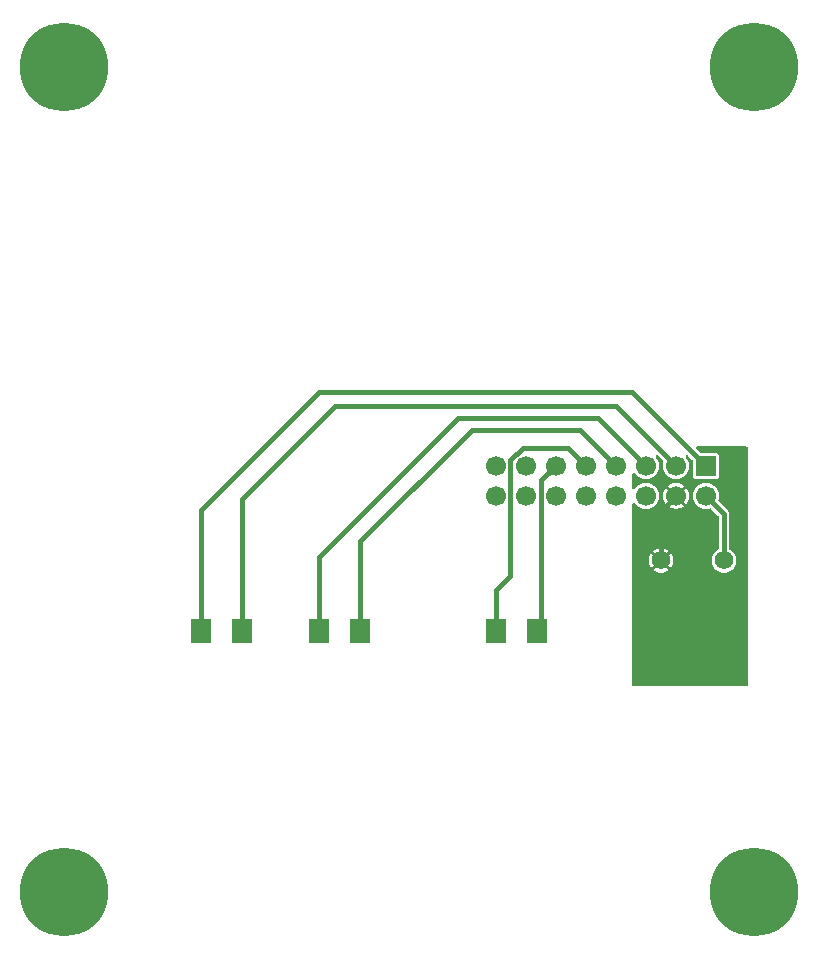
<source format=gbr>
%TF.GenerationSoftware,KiCad,Pcbnew,9.0.3-9.0.3-0~ubuntu24.04.1*%
%TF.CreationDate,2025-08-25T07:49:16-04:00*%
%TF.ProjectId,optical-carrier,6f707469-6361-46c2-9d63-617272696572,rev?*%
%TF.SameCoordinates,Original*%
%TF.FileFunction,Copper,L1,Top*%
%TF.FilePolarity,Positive*%
%FSLAX46Y46*%
G04 Gerber Fmt 4.6, Leading zero omitted, Abs format (unit mm)*
G04 Created by KiCad (PCBNEW 9.0.3-9.0.3-0~ubuntu24.04.1) date 2025-08-25 07:49:16*
%MOMM*%
%LPD*%
G01*
G04 APERTURE LIST*
%TA.AperFunction,SMDPad,CuDef*%
%ADD10R,1.700000X2.000000*%
%TD*%
%TA.AperFunction,ComponentPad*%
%ADD11C,7.500000*%
%TD*%
%TA.AperFunction,ComponentPad*%
%ADD12C,1.574800*%
%TD*%
%TA.AperFunction,ComponentPad*%
%ADD13R,1.700000X1.700000*%
%TD*%
%TA.AperFunction,ComponentPad*%
%ADD14C,1.700000*%
%TD*%
%TA.AperFunction,Conductor*%
%ADD15C,0.381000*%
%TD*%
G04 APERTURE END LIST*
D10*
%TO.P,D3,1,K*%
%TO.N,Net-(D3-K)*%
X215364000Y-108712000D03*
%TO.P,D3,2,A*%
%TO.N,Net-(D3-A)*%
X211864000Y-108712000D03*
%TD*%
%TO.P,D2,1,K*%
%TO.N,Net-(D2-K)*%
X200378000Y-108712000D03*
%TO.P,D2,2,A*%
%TO.N,Net-(D2-A)*%
X196878000Y-108712000D03*
%TD*%
D11*
%TO.P,H4,1*%
%TO.N,N/C*%
X233676000Y-130817000D03*
%TD*%
%TO.P,H1,1*%
%TO.N,N/C*%
X175256000Y-60967000D03*
%TD*%
%TO.P,H3,1*%
%TO.N,N/C*%
X175256000Y-130817000D03*
%TD*%
D10*
%TO.P,D1,1,K*%
%TO.N,Net-(D1-K)*%
X190345000Y-108712000D03*
%TO.P,D1,2,A*%
%TO.N,Net-(D1-A)*%
X186845000Y-108712000D03*
%TD*%
D11*
%TO.P,H2,1*%
%TO.N,N/C*%
X233676000Y-60967000D03*
%TD*%
D12*
%TO.P,D4,1,K*%
%TO.N,Net-(D4-K)*%
X231154500Y-102757500D03*
%TO.P,D4,2,A*%
%TO.N,Net-(D4-A)*%
X225820500Y-102757500D03*
%TD*%
D13*
%TO.P,J1,1,Pin_1*%
%TO.N,Net-(D1-A)*%
X229616000Y-94742000D03*
D14*
%TO.P,J1,2,Pin_2*%
%TO.N,Net-(D4-K)*%
X229616000Y-97282000D03*
%TO.P,J1,3,Pin_3*%
%TO.N,Net-(D1-K)*%
X227076000Y-94742000D03*
%TO.P,J1,4,Pin_4*%
%TO.N,Net-(D4-A)*%
X227076000Y-97282000D03*
%TO.P,J1,5,Pin_5*%
%TO.N,Net-(D2-A)*%
X224536000Y-94742000D03*
%TO.P,J1,6,Pin_6*%
%TO.N,unconnected-(J1-Pin_6-Pad6)*%
X224536000Y-97282000D03*
%TO.P,J1,7,Pin_7*%
%TO.N,Net-(D2-K)*%
X221996000Y-94742000D03*
%TO.P,J1,8,Pin_8*%
%TO.N,unconnected-(J1-Pin_8-Pad8)*%
X221996000Y-97282000D03*
%TO.P,J1,9,Pin_9*%
%TO.N,Net-(D3-A)*%
X219456000Y-94742000D03*
%TO.P,J1,10,Pin_10*%
%TO.N,unconnected-(J1-Pin_10-Pad10)*%
X219456000Y-97282000D03*
%TO.P,J1,11,Pin_11*%
%TO.N,Net-(D3-K)*%
X216916000Y-94742000D03*
%TO.P,J1,12,Pin_12*%
%TO.N,unconnected-(J1-Pin_12-Pad12)*%
X216916000Y-97282000D03*
%TO.P,J1,13,Pin_13*%
%TO.N,unconnected-(J1-Pin_13-Pad13)*%
X214376000Y-94742000D03*
%TO.P,J1,14,Pin_14*%
%TO.N,unconnected-(J1-Pin_14-Pad14)*%
X214376000Y-97282000D03*
%TO.P,J1,15,Pin_15*%
%TO.N,unconnected-(J1-Pin_15-Pad15)*%
X211836000Y-94742000D03*
%TO.P,J1,16,Pin_16*%
%TO.N,unconnected-(J1-Pin_16-Pad16)*%
X211836000Y-97282000D03*
%TD*%
D15*
%TO.N,Net-(D1-K)*%
X190345000Y-97564000D02*
X190345000Y-108712000D01*
X198247000Y-89662000D02*
X190345000Y-97564000D01*
X221996000Y-89662000D02*
X198247000Y-89662000D01*
X227076000Y-94742000D02*
X221996000Y-89662000D01*
%TO.N,Net-(D1-A)*%
X196850000Y-88519000D02*
X186845000Y-98524000D01*
X186845000Y-98524000D02*
X186845000Y-108712000D01*
X229616000Y-94742000D02*
X223393000Y-88519000D01*
X223393000Y-88519000D02*
X196850000Y-88519000D01*
%TO.N,Net-(D2-K)*%
X218948000Y-91694000D02*
X209804000Y-91694000D01*
X200378000Y-101120000D02*
X200378000Y-108712000D01*
X221996000Y-94742000D02*
X218948000Y-91694000D01*
X209804000Y-91694000D02*
X200378000Y-101120000D01*
%TO.N,Net-(D2-A)*%
X208661000Y-90678000D02*
X196878000Y-102461000D01*
X196878000Y-102461000D02*
X196878000Y-108712000D01*
X220472000Y-90678000D02*
X208661000Y-90678000D01*
X224536000Y-94742000D02*
X220472000Y-90678000D01*
%TO.N,Net-(D3-K)*%
X216916000Y-94742000D02*
X215674500Y-95983500D01*
X215674500Y-108401500D02*
X215364000Y-108712000D01*
X215674500Y-95983500D02*
X215674500Y-108401500D01*
%TO.N,Net-(D3-A)*%
X211864000Y-105255000D02*
X211864000Y-108712000D01*
X213077500Y-94284753D02*
X213077500Y-104041500D01*
X217932000Y-93218000D02*
X214144253Y-93218000D01*
X219456000Y-94742000D02*
X217932000Y-93218000D01*
X213077500Y-104041500D02*
X211864000Y-105255000D01*
X214144253Y-93218000D02*
X213077500Y-94284753D01*
%TO.N,Net-(D4-A)*%
X225820500Y-98537500D02*
X225820500Y-102757500D01*
X227076000Y-97282000D02*
X225820500Y-98537500D01*
%TO.N,Net-(D4-K)*%
X229616000Y-97282000D02*
X231154500Y-98820500D01*
X231154500Y-98820500D02*
X231154500Y-102757500D01*
%TD*%
%TA.AperFunction,Conductor*%
%TO.N,Net-(D4-A)*%
G36*
X233114121Y-93111002D02*
G01*
X233160614Y-93164658D01*
X233172000Y-93217000D01*
X233172000Y-113285000D01*
X233151998Y-113353121D01*
X233098342Y-113399614D01*
X233046000Y-113411000D01*
X223519000Y-113411000D01*
X223450879Y-113390998D01*
X223404386Y-113337342D01*
X223393000Y-113285000D01*
X223393000Y-102654928D01*
X224779100Y-102654928D01*
X224779100Y-102860071D01*
X224819120Y-103061265D01*
X224819122Y-103061270D01*
X224897623Y-103250788D01*
X224997751Y-103400641D01*
X225429362Y-102969030D01*
X225464811Y-103030430D01*
X225547570Y-103113189D01*
X225608967Y-103148636D01*
X225177357Y-103580247D01*
X225327212Y-103680376D01*
X225516729Y-103758877D01*
X225516734Y-103758879D01*
X225717928Y-103798899D01*
X225717932Y-103798900D01*
X225923068Y-103798900D01*
X225923071Y-103798899D01*
X226124265Y-103758879D01*
X226124270Y-103758877D01*
X226313787Y-103680376D01*
X226463641Y-103580246D01*
X226463642Y-103580246D01*
X226032032Y-103148636D01*
X226093430Y-103113189D01*
X226176189Y-103030430D01*
X226211636Y-102969032D01*
X226643246Y-103400642D01*
X226643246Y-103400641D01*
X226743376Y-103250787D01*
X226821877Y-103061270D01*
X226821879Y-103061265D01*
X226861899Y-102860071D01*
X226861900Y-102860067D01*
X226861900Y-102654932D01*
X226861899Y-102654928D01*
X226821879Y-102453734D01*
X226821877Y-102453729D01*
X226743376Y-102264212D01*
X226643247Y-102114357D01*
X226211636Y-102545967D01*
X226176189Y-102484570D01*
X226093430Y-102401811D01*
X226032029Y-102366362D01*
X226463641Y-101934751D01*
X226463642Y-101934751D01*
X226313788Y-101834623D01*
X226124270Y-101756122D01*
X226124265Y-101756120D01*
X225923071Y-101716100D01*
X225717928Y-101716100D01*
X225516734Y-101756120D01*
X225516729Y-101756122D01*
X225327211Y-101834623D01*
X225327207Y-101834625D01*
X225177356Y-101934751D01*
X225608968Y-102366362D01*
X225547570Y-102401811D01*
X225464811Y-102484570D01*
X225429363Y-102545968D01*
X224997751Y-102114356D01*
X224897625Y-102264207D01*
X224897623Y-102264211D01*
X224819122Y-102453729D01*
X224819120Y-102453734D01*
X224779100Y-102654928D01*
X223393000Y-102654928D01*
X223393000Y-97975670D01*
X223413002Y-97907549D01*
X223466658Y-97861056D01*
X223536932Y-97850952D01*
X223601512Y-97880446D01*
X223620934Y-97901606D01*
X223693535Y-98001533D01*
X223693537Y-98001535D01*
X223693539Y-98001538D01*
X223816464Y-98124463D01*
X223816467Y-98124465D01*
X223957116Y-98226653D01*
X224112019Y-98305580D01*
X224277362Y-98359303D01*
X224449074Y-98386500D01*
X224449077Y-98386500D01*
X224622923Y-98386500D01*
X224622926Y-98386500D01*
X224794638Y-98359303D01*
X224959981Y-98305580D01*
X225114884Y-98226653D01*
X225255533Y-98124465D01*
X225255538Y-98124460D01*
X225369160Y-98010839D01*
X225378460Y-98001538D01*
X225378463Y-98001535D01*
X225378465Y-98001533D01*
X225480653Y-97860884D01*
X225559580Y-97705981D01*
X225613303Y-97540638D01*
X225640500Y-97368926D01*
X225640500Y-97195116D01*
X225972000Y-97195116D01*
X225972000Y-97368883D01*
X225999185Y-97540524D01*
X226052883Y-97705788D01*
X226052884Y-97705790D01*
X226131776Y-97860625D01*
X226210042Y-97968349D01*
X226210043Y-97968349D01*
X226644234Y-97534158D01*
X226675901Y-97589007D01*
X226768993Y-97682099D01*
X226823840Y-97713765D01*
X226389649Y-98147955D01*
X226389649Y-98147956D01*
X226497374Y-98226223D01*
X226652209Y-98305115D01*
X226652211Y-98305116D01*
X226817475Y-98358814D01*
X226989116Y-98386000D01*
X227162884Y-98386000D01*
X227334524Y-98358814D01*
X227499788Y-98305116D01*
X227499790Y-98305115D01*
X227654621Y-98226225D01*
X227762349Y-98147955D01*
X227762349Y-98147954D01*
X227328159Y-97713764D01*
X227383007Y-97682099D01*
X227476099Y-97589007D01*
X227507764Y-97534159D01*
X227941954Y-97968349D01*
X227941955Y-97968349D01*
X228020225Y-97860621D01*
X228099115Y-97705790D01*
X228099116Y-97705788D01*
X228152814Y-97540524D01*
X228180000Y-97368883D01*
X228180000Y-97195116D01*
X228179993Y-97195074D01*
X228511500Y-97195074D01*
X228511500Y-97368926D01*
X228528300Y-97474993D01*
X228538698Y-97540642D01*
X228585129Y-97683544D01*
X228592420Y-97705981D01*
X228671347Y-97860884D01*
X228671349Y-97860887D01*
X228773536Y-98001535D01*
X228896464Y-98124463D01*
X228896467Y-98124465D01*
X229037116Y-98226653D01*
X229192019Y-98305580D01*
X229357362Y-98359303D01*
X229529074Y-98386500D01*
X229529077Y-98386500D01*
X229702923Y-98386500D01*
X229702926Y-98386500D01*
X229874638Y-98359303D01*
X229874642Y-98359301D01*
X229874646Y-98359301D01*
X229944109Y-98336730D01*
X230015076Y-98334701D01*
X230072142Y-98367467D01*
X230672595Y-98967920D01*
X230706621Y-99030232D01*
X230709500Y-99057015D01*
X230709500Y-101734407D01*
X230689498Y-101802528D01*
X230653503Y-101839171D01*
X230490331Y-101948201D01*
X230490322Y-101948208D01*
X230345208Y-102093322D01*
X230345203Y-102093328D01*
X230231180Y-102263975D01*
X230152642Y-102453583D01*
X230152640Y-102453588D01*
X230112600Y-102654879D01*
X230112600Y-102860120D01*
X230127914Y-102937105D01*
X230152640Y-103061411D01*
X230231180Y-103251025D01*
X230307368Y-103365048D01*
X230345203Y-103421671D01*
X230345208Y-103421677D01*
X230490322Y-103566791D01*
X230490328Y-103566796D01*
X230660975Y-103680820D01*
X230850589Y-103759360D01*
X231051882Y-103799400D01*
X231051883Y-103799400D01*
X231257117Y-103799400D01*
X231257118Y-103799400D01*
X231458411Y-103759360D01*
X231648025Y-103680820D01*
X231818672Y-103566796D01*
X231963796Y-103421672D01*
X232077820Y-103251025D01*
X232156360Y-103061411D01*
X232196400Y-102860118D01*
X232196400Y-102654882D01*
X232156360Y-102453589D01*
X232077820Y-102263975D01*
X231963796Y-102093328D01*
X231963791Y-102093322D01*
X231818677Y-101948208D01*
X231818668Y-101948201D01*
X231655497Y-101839171D01*
X231609970Y-101784694D01*
X231599500Y-101734407D01*
X231599500Y-98761915D01*
X231599500Y-98761914D01*
X231569175Y-98648737D01*
X231510589Y-98547264D01*
X230701465Y-97738140D01*
X230667442Y-97675830D01*
X230670730Y-97610109D01*
X230693301Y-97540646D01*
X230693301Y-97540642D01*
X230693303Y-97540638D01*
X230720500Y-97368926D01*
X230720500Y-97195074D01*
X230693303Y-97023362D01*
X230639580Y-96858019D01*
X230560653Y-96703116D01*
X230458465Y-96562467D01*
X230458463Y-96562464D01*
X230335535Y-96439536D01*
X230194887Y-96337349D01*
X230194886Y-96337348D01*
X230194884Y-96337347D01*
X230039981Y-96258420D01*
X230039978Y-96258419D01*
X230039976Y-96258418D01*
X229874642Y-96204698D01*
X229874640Y-96204697D01*
X229874638Y-96204697D01*
X229702926Y-96177500D01*
X229529074Y-96177500D01*
X229357362Y-96204697D01*
X229357360Y-96204697D01*
X229357357Y-96204698D01*
X229192023Y-96258418D01*
X229192017Y-96258421D01*
X229037112Y-96337349D01*
X228896464Y-96439536D01*
X228773536Y-96562464D01*
X228671349Y-96703112D01*
X228592421Y-96858017D01*
X228592418Y-96858023D01*
X228538698Y-97023357D01*
X228538697Y-97023360D01*
X228538697Y-97023362D01*
X228511500Y-97195074D01*
X228179993Y-97195074D01*
X228152814Y-97023475D01*
X228099116Y-96858211D01*
X228099115Y-96858209D01*
X228020223Y-96703374D01*
X227941955Y-96595649D01*
X227507764Y-97029839D01*
X227476099Y-96974993D01*
X227383007Y-96881901D01*
X227328158Y-96850234D01*
X227762349Y-96416043D01*
X227762349Y-96416042D01*
X227654625Y-96337776D01*
X227499790Y-96258884D01*
X227499788Y-96258883D01*
X227334524Y-96205185D01*
X227162884Y-96178000D01*
X226989116Y-96178000D01*
X226817475Y-96205185D01*
X226652211Y-96258883D01*
X226652209Y-96258884D01*
X226497379Y-96337773D01*
X226497379Y-96337774D01*
X226389649Y-96416042D01*
X226389649Y-96416044D01*
X226823840Y-96850235D01*
X226768993Y-96881901D01*
X226675901Y-96974993D01*
X226644235Y-97029840D01*
X226210044Y-96595649D01*
X226210042Y-96595649D01*
X226131774Y-96703379D01*
X226131773Y-96703379D01*
X226052884Y-96858209D01*
X226052883Y-96858211D01*
X225999185Y-97023475D01*
X225972000Y-97195116D01*
X225640500Y-97195116D01*
X225640500Y-97195074D01*
X225613303Y-97023362D01*
X225559580Y-96858019D01*
X225480653Y-96703116D01*
X225378465Y-96562467D01*
X225378463Y-96562464D01*
X225255535Y-96439536D01*
X225114887Y-96337349D01*
X225114886Y-96337348D01*
X225114884Y-96337347D01*
X224959981Y-96258420D01*
X224959978Y-96258419D01*
X224959976Y-96258418D01*
X224794642Y-96204698D01*
X224794640Y-96204697D01*
X224794638Y-96204697D01*
X224622926Y-96177500D01*
X224449074Y-96177500D01*
X224277362Y-96204697D01*
X224277360Y-96204697D01*
X224277357Y-96204698D01*
X224112023Y-96258418D01*
X224112017Y-96258421D01*
X223957112Y-96337349D01*
X223816464Y-96439536D01*
X223693540Y-96562460D01*
X223620936Y-96662391D01*
X223564713Y-96705744D01*
X223493977Y-96711819D01*
X223431185Y-96678687D01*
X223396274Y-96616867D01*
X223393000Y-96588329D01*
X223393000Y-95435670D01*
X223413002Y-95367549D01*
X223466658Y-95321056D01*
X223536932Y-95310952D01*
X223601512Y-95340446D01*
X223620934Y-95361606D01*
X223693535Y-95461533D01*
X223693537Y-95461535D01*
X223693539Y-95461538D01*
X223816464Y-95584463D01*
X223861342Y-95617069D01*
X223957116Y-95686653D01*
X224112019Y-95765580D01*
X224277362Y-95819303D01*
X224449074Y-95846500D01*
X224449077Y-95846500D01*
X224622923Y-95846500D01*
X224622926Y-95846500D01*
X224794638Y-95819303D01*
X224959981Y-95765580D01*
X225114884Y-95686653D01*
X225255533Y-95584465D01*
X225378465Y-95461533D01*
X225480653Y-95320884D01*
X225559580Y-95165981D01*
X225613303Y-95000638D01*
X225640500Y-94828926D01*
X225640500Y-94655074D01*
X225613303Y-94483362D01*
X225559580Y-94318019D01*
X225480653Y-94163116D01*
X225393103Y-94042615D01*
X225369246Y-93975749D01*
X225385326Y-93906597D01*
X225436239Y-93857117D01*
X225505822Y-93843017D01*
X225571981Y-93868775D01*
X225584135Y-93879460D01*
X225990532Y-94285857D01*
X226024558Y-94348169D01*
X226021270Y-94413888D01*
X225998698Y-94483357D01*
X225998697Y-94483360D01*
X225998697Y-94483362D01*
X225971500Y-94655074D01*
X225971500Y-94828926D01*
X225998697Y-95000638D01*
X226052420Y-95165981D01*
X226131347Y-95320884D01*
X226131349Y-95320887D01*
X226233536Y-95461535D01*
X226356464Y-95584463D01*
X226401342Y-95617069D01*
X226497116Y-95686653D01*
X226652019Y-95765580D01*
X226817362Y-95819303D01*
X226989074Y-95846500D01*
X226989077Y-95846500D01*
X227162923Y-95846500D01*
X227162926Y-95846500D01*
X227334638Y-95819303D01*
X227499981Y-95765580D01*
X227654884Y-95686653D01*
X227795533Y-95584465D01*
X227918465Y-95461533D01*
X228020653Y-95320884D01*
X228099580Y-95165981D01*
X228153303Y-95000638D01*
X228180500Y-94828926D01*
X228180500Y-94655074D01*
X228153303Y-94483362D01*
X228099580Y-94318019D01*
X228020653Y-94163116D01*
X227933103Y-94042615D01*
X227909246Y-93975749D01*
X227925326Y-93906597D01*
X227976239Y-93857117D01*
X228045822Y-93843017D01*
X228111981Y-93868775D01*
X228124135Y-93879460D01*
X228474595Y-94229920D01*
X228508621Y-94292232D01*
X228511500Y-94319015D01*
X228511500Y-95617063D01*
X228511501Y-95617073D01*
X228526265Y-95691300D01*
X228582516Y-95775484D01*
X228666697Y-95831733D01*
X228666699Y-95831734D01*
X228740933Y-95846500D01*
X230491066Y-95846499D01*
X230491069Y-95846498D01*
X230491073Y-95846498D01*
X230540326Y-95836701D01*
X230565301Y-95831734D01*
X230649484Y-95775484D01*
X230705734Y-95691301D01*
X230720500Y-95617067D01*
X230720499Y-93866934D01*
X230720498Y-93866931D01*
X230720498Y-93866926D01*
X230705734Y-93792699D01*
X230656102Y-93718421D01*
X230649484Y-93708516D01*
X230649483Y-93708515D01*
X230565302Y-93652266D01*
X230491069Y-93637500D01*
X230491067Y-93637500D01*
X229193015Y-93637500D01*
X229124894Y-93617498D01*
X229103920Y-93600595D01*
X228809420Y-93306095D01*
X228775394Y-93243783D01*
X228780459Y-93172968D01*
X228823006Y-93116132D01*
X228889526Y-93091321D01*
X228898515Y-93091000D01*
X233046000Y-93091000D01*
X233114121Y-93111002D01*
G37*
%TD.AperFunction*%
%TD*%
M02*

</source>
